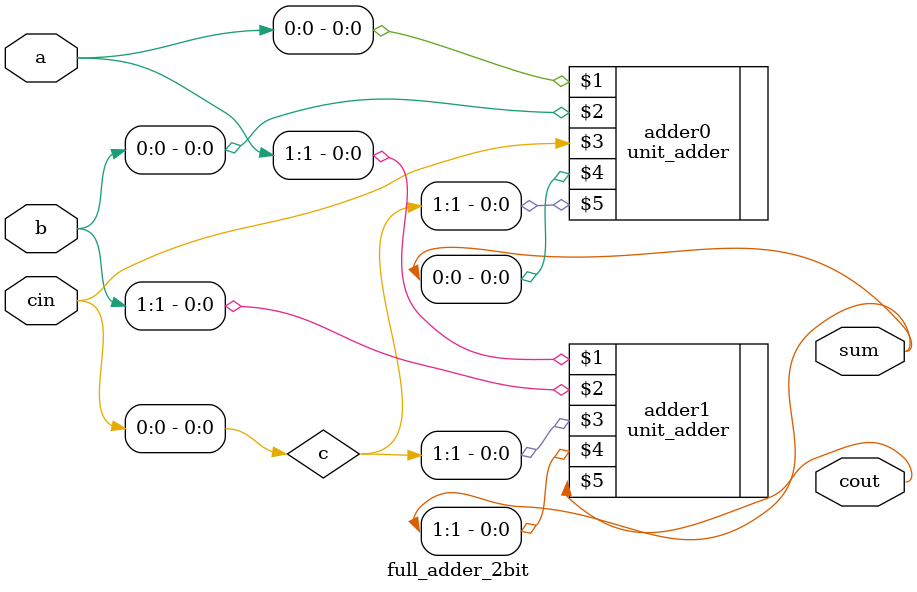
<source format=sv>


module full_adder_2bit(
    input logic [1:0] a, b,
    input logic cin,
    output logic [1:0] sum,
    output logic cout
);

logic [1:0] c;
assign c[0] = cin;

unit_adder adder0(a[0], b[0], c[0], sum[0], c[1]);
unit_adder adder1(a[1], b[1], c[1], sum[1], cout);

endmodule

</source>
